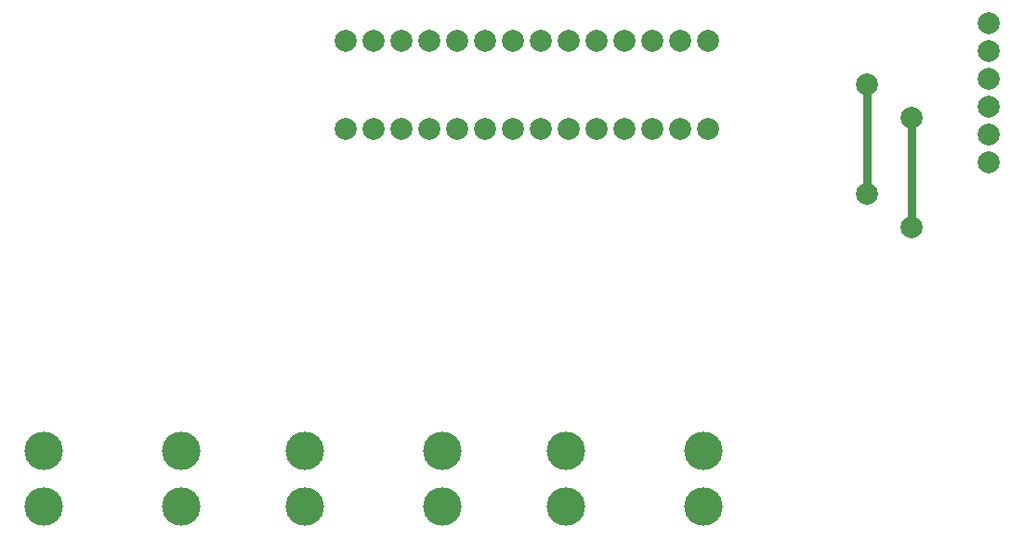
<source format=gtl>
G04 Layer: TopLayer*
G04 EasyEDA v6.5.22, 2024-08-28 16:03:03*
G04 fc1e3732016e4acc899c86b879ae2791,10*
G04 Gerber Generator version 0.2*
G04 Scale: 100 percent, Rotated: No, Reflected: No *
G04 Dimensions in millimeters *
G04 leading zeros omitted , absolute positions ,4 integer and 5 decimal *
%FSLAX45Y45*%
%MOMM*%

%ADD10C,0.8000*%
%ADD11C,2.0000*%
%ADD12C,3.5000*%

%LPD*%
D10*
X8499983Y3099996D02*
G01*
X8499983Y4099989D01*
X8099983Y3399995D02*
G01*
X8099983Y4399991D01*
D11*
G01*
X3348990Y3999992D03*
G01*
X3602990Y3999992D03*
G01*
X3856990Y3999992D03*
G01*
X4110990Y3999992D03*
G01*
X4364990Y3999992D03*
G01*
X4618990Y3999992D03*
G01*
X4872990Y3999992D03*
G01*
X5126990Y3999992D03*
G01*
X5380990Y3999992D03*
G01*
X5634990Y3999992D03*
G01*
X5888990Y3999992D03*
G01*
X6142990Y3999992D03*
G01*
X6396990Y3999992D03*
G01*
X6650990Y3999992D03*
G01*
X3348990Y4799990D03*
G01*
X3602990Y4799990D03*
G01*
X3856990Y4799990D03*
G01*
X4110990Y4799990D03*
G01*
X4364990Y4799990D03*
G01*
X4618990Y4799990D03*
G01*
X4872990Y4799990D03*
G01*
X5126990Y4799990D03*
G01*
X5380990Y4799990D03*
G01*
X5634990Y4799990D03*
G01*
X5888990Y4799990D03*
G01*
X6142990Y4799990D03*
G01*
X6396990Y4799990D03*
G01*
X6650990Y4799990D03*
G01*
X9204375Y3688664D03*
G01*
X9204375Y3942664D03*
G01*
X9204375Y4196664D03*
G01*
X9204375Y4450664D03*
G01*
X9204375Y4704664D03*
G01*
X9204375Y4958664D03*
D12*
G01*
X5354827Y1054100D03*
G01*
X6605015Y1054100D03*
G01*
X5354827Y546100D03*
G01*
X6605015Y546100D03*
G01*
X2974847Y1054100D03*
G01*
X4225036Y1054100D03*
G01*
X2974847Y546100D03*
G01*
X4225036Y546100D03*
G01*
X594868Y1054100D03*
G01*
X1845055Y1054100D03*
G01*
X594868Y546100D03*
G01*
X1845055Y546100D03*
D11*
G01*
X8499983Y4099991D03*
G01*
X8499983Y3099993D03*
G01*
X8099983Y4399991D03*
G01*
X8099983Y3399993D03*
M02*

</source>
